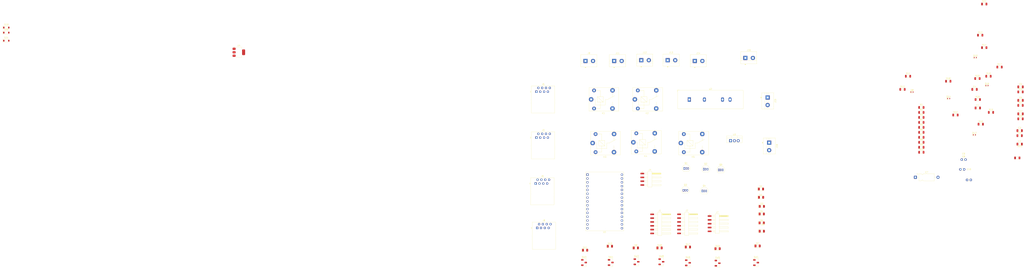
<source format=kicad_pcb>
(kicad_pcb (version 20241229) (generator "pcbnew") (generator_version "9.0")
  (layers (0 "F.Cu" signal) (2 "B.Cu" signal) (13 "F.Paste" user) (15 "B.Paste" user) (5 "F.SilkS" user "F.Silkscreen") (7 "B.SilkS" user "B.Silkscreen") (1 "F.Mask" user) (3 "B.Mask" user) (25 "Edge.Cuts" user))
  (net 0 "")
  (net 1 "/A{slash}R")
  (net 2 "GND")
  (net 3 "/Sekcja 6 M")
  (net 4 "/Sekcja 2 M")
  (net 5 "/Sekcja 3 M")
  (net 6 "/Sekcja 4 M")
  (net 7 "/Sekcja 5 M")
  (net 8 "/Sekcja 1 M")
  (net 9 "VSS")
  (net 10 "Net-(D1-K)")
  (net 11 "Net-(D2-K)")
  (net 12 "+5V")
  (net 13 "Net-(D3-K)")
  (net 14 "+3.3V")
  (net 15 "Net-(D4-K)")
  (net 16 "/BŁĄD1")
  (net 17 "/BŁĄD2")
  (net 18 "Net-(D5-K)")
  (net 19 "/WIFI")
  (net 20 "Net-(D6-K)")
  (net 21 "/TRYB")
  (net 22 "Net-(D7-K)")
  (net 23 "Net-(D8-A)")
  (net 24 "Net-(D9-K)")
  (net 25 "/Sekcja 6")
  (net 26 "Net-(D10-A)")
  (net 27 "/Sekcja 2")
  (net 28 "Net-(D11-K)")
  (net 29 "Net-(D12-A)")
  (net 30 "Net-(D13-K)")
  (net 31 "/Sekcja 3")
  (net 32 "Net-(D14-A)")
  (net 33 "/Sekcja 4")
  (net 34 "Net-(D15-K)")
  (net 35 "Net-(D16-A)")
  (net 36 "Net-(D17-K)")
  (net 37 "/Sekcja 5")
  (net 38 "/Sekcja 1_5V")
  (net 39 "Net-(D18-K)")
  (net 40 "SDA")
  (net 41 "/Sekcja 1")
  (net 42 "SCL")
  (net 45 "SCL_5V")
  (net 46 "SDA_5V")
  (net 55 "/SEN0193_WYJŚCIE")
  (net 58 "/DS_WYJŚCIE")
  (net 62 "GND_VP")
  (net 63 "Net-(J9-Pin_1)")
  (net 64 "Net-(J10-Pin_1)")
  (net 65 "Net-(J11-Pin_1)")
  (net 66 "Net-(J12-Pin_1)")
  (net 67 "Net-(J13-Pin_1)")
  (net 68 "N_230V")
  (net 69 "Net-(J14-Pin_1)")
  (net 70 "230VAC")
  (net 71 "VP")
  (net 77 "Net-(Q1-B)")
  (net 78 "Net-(Q2-B)")
  (net 79 "Net-(Q3-B)")
  (net 80 "Net-(Q4-B)")
  (net 81 "Net-(Q5-B)")
  (net 82 "Net-(SW1-A)")
  (net 83 "Net-(SW2-A)")
  (net 84 "Net-(SW3-A)")
  (net 85 "Net-(SW4-A)")
  (net 86 "Net-(SW5-A)")
  (net 87 "Net-(SW6-A)")
  (net 88 "Net-(SW8-A)")
  (net 99 "Net-(D21-A)")
  (net 100 "Net-(D19-A)")
  (net 101 "Net-(D20-A)")
  (footprint "Connector_Harwin:Harwin_M20-89004xx_1x04_P2.54mm_Horizontal" (layer "F.Cu") (at 277.45751 88.079612)
    (property "Reference" "J4" (at -0.48 -6.28 0) (layer "F.SilkS"))
    (property "Value" "Conn_01x04_Socket")
    (pad "1" smd roundrect (at -5.525 -3.81) (size 2.5 1) (layers "F.Cu" "F.Mask" "F.Paste") (net 2 "GND"))
    (pad "2" smd roundrect (at -5.525 -1.27) (size 2.5 1) (layers "F.Cu" "F.Mask" "F.Paste") (net 12 "+5V"))
    (pad "3" smd roundrect (at -5.525 1.27) (size 2.5 1) (layers "F.Cu" "F.Mask" "F.Paste") (net 46 "SDA_5V"))
    (pad "4" smd roundrect (at -5.525 3.81) (size 2.5 1) (layers "F.Cu" "F.Mask" "F.Paste") (net 45 "SCL_5V"))
  )
  (footprint "Resistor_SMD:R_1206_3216Metric" (layer "F.Cu") (at 508.787852 13.533128)
    (property "Reference" "R17" (at 0 -1.83 0) (layer "F.SilkS"))
    (property "Value" "680")
    (pad "1" smd roundrect (at -1.4625 0) (size 1.125 1.75) (layers "F.Cu" "F.Mask" "F.Paste") (roundrect_rratio 0.222222) (net 33 "/Sekcja 4"))
    (pad "2" smd roundrect (at 1.4625 0) (size 1.125 1.75) (layers "F.Cu" "F.Mask" "F.Paste") (roundrect_rratio 0.222222) (net 80 "Net-(Q4-B)"))
  )
  (footprint "Diode_SMD:D_SOD-523" (layer "F.Cu") (at 500.463959 25.818986)
    (property "Reference" "D16" (at 0 -1.3 0) (layer "F.SilkS"))
    (property "Value" "1N4148WT")
    (pad "1" smd roundrect (at -0.7 0 180) (size 0.6 0.7) (layers "F.Cu" "F.Mask" "F.Paste") (net 9 "VSS"))
    (pad "2" smd roundrect (at 0.7 0 180) (size 0.6 0.7) (layers "F.Cu" "F.Mask" "F.Paste") (net 35 "Net-(D16-A)"))
  )
  (footprint "Package_TO_SOT_THT:TO-92_Inline" (layer "F.Cu") (at 322.73 81.86)
    (property "Reference" "Q5" (at 1.27 -3.56 0) (layer "F.SilkS"))
    (property "Value" "BC547")
    (pad "1" thru_hole rect (at 0 0) (size 1.05 1.5) (drill 0.75) (layers "*.Cu" "*.Mask") (net 35 "Net-(D16-A)"))
    (pad "2" thru_hole oval (at 1.27 0) (size 1.05 1.5) (drill 0.75) (layers "*.Cu" "*.Mask") (net 81 "Net-(Q5-B)"))
    (pad "3" thru_hole oval (at 2.54 0) (size 1.05 1.5) (drill 0.75) (layers "*.Cu" "*.Mask") (net 2 "GND"))
  )
  (footprint "Connector_RJ:RJ45_Amphenol_54602-x08_Horizontal" (layer "F.Cu") (at 201.7175 29.9)
    (property "Reference" "J5" (at 4.445 -5 0) (layer "F.SilkS"))
    (property "Value" "RJ45")
    (pad "" np_thru_hole circle (at -1.27 6.35) (size 3.2 3.2) (drill 3.2) (layers "*.Cu" "*.Mask"))
    (pad "" np_thru_hole circle (at 10.16 6.35) (size 3.2 3.2) (drill 3.2) (layers "*.Cu" "*.Mask"))
    (pad "1" thru_hole rect (at 0 0) (size 1.5 1.5) (drill 0.76) (layers "*.Cu" "*.Mask") (net 14 "+3.3V"))
    (pad "2" thru_hole circle (at 1.27 -2.54) (size 1.5 1.5) (drill 0.76) (layers "*.Cu" "*.Mask") (net 40 "SDA"))
    (pad "3" thru_hole circle (at 2.54 0) (size 1.5 1.5) (drill 0.76) (layers "*.Cu" "*.Mask") (net 42 "SCL"))
    (pad "4" thru_hole circle (at 3.81 -2.54) (size 1.5 1.5) (drill 0.76) (layers "*.Cu" "*.Mask") (net 2 "GND"))
    (pad "5" thru_hole circle (at 5.08 0) (size 1.5 1.5) (drill 0.76) (layers "*.Cu" "*.Mask") (net 14 "+3.3V"))
    (pad "6" thru_hole circle (at 6.35 -2.54) (size 1.5 1.5) (drill 0.76) (layers "*.Cu" "*.Mask"))
    (pad "7" thru_hole circle (at 7.62 0) (size 1.5 1.5) (drill 0.76) (layers "*.Cu" "*.Mask"))
    (pad "8" thru_hole circle (at 8.89 -2.54) (size 1.5 1.5) (drill 0.76) (layers "*.Cu" "*.Mask"))
  )
  (footprint "Connector_RJ:RJ45_Amphenol_54602-x08_Horizontal" (layer "F.Cu") (at 202.2175 120.4)
    (property "Reference" "J8" (at 4.445 -5 0) (layer "F.SilkS"))
    (property "Value" "RJ45")
    (pad "" np_thru_hole circle (at -1.27 6.35) (size 3.2 3.2) (drill 3.2) (layers "*.Cu" "*.Mask"))
    (pad "" np_thru_hole circle (at 10.16 6.35) (size 3.2 3.2) (drill 3.2) (layers "*.Cu" "*.Mask"))
    (pad "1" thru_hole rect (at 0 0) (size 1.5 1.5) (drill 0.76) (layers "*.Cu" "*.Mask") (net 14 "+3.3V"))
    (pad "2" thru_hole circle (at 1.27 -2.54) (size 1.5 1.5) (drill 0.76) (layers "*.Cu" "*.Mask") (net 40 "SDA"))
    (pad "3" thru_hole circle (at 2.54 0) (size 1.5 1.5) (drill 0.76) (layers "*.Cu" "*.Mask") (net 42 "SCL"))
    (pad "4" thru_hole circle (at 3.81 -2.54) (size 1.5 1.5) (drill 0.76) (layers "*.Cu" "*.Mask") (net 2 "GND"))
    (pad "5" thru_hole circle (at 5.08 0) (size 1.5 1.5) (drill 0.76) (layers "*.Cu" "*.Mask") (net 14 "+3.3V"))
    (pad "6" thru_hole circle (at 6.35 -2.54) (size 1.5 1.5) (drill 0.76) (layers "*.Cu" "*.Mask"))
    (pad "7" thru_hole circle (at 7.62 0) (size 1.5 1.5) (drill 0.76) (layers "*.Cu" "*.Mask"))
    (pad "8" thru_hole circle (at 8.89 -2.54) (size 1.5 1.5) (drill 0.76) (layers "*.Cu" "*.Mask"))
  )
  (footprint "Connector_Harwin:Harwin_M20-89006xx_1x06_P2.54mm_Horizontal" (layer "F.Cu") (at 283.991935 117.691705)
    (property "Reference" "J1" (at -0.48 -8.82 0) (layer "F.SilkS"))
    (property "Value" "Conn_01x06_Socket")
    (pad "1" smd roundrect (at -5.525 -6.35) (size 2.5 1) (layers "F.Cu" "F.Mask" "F.Paste") (net 40 "SDA"))
    (pad "2" smd roundrect (at -5.525 -3.81) (size 2.5 1) (layers "F.Cu" "F.Mask" "F.Paste") (net 42 "SCL"))
    (pad "3" smd roundrect (at -5.525 -1.27) (size 2.5 1) (layers "F.Cu" "F.Mask" "F.Paste") (net 14 "+3.3V"))
    (pad "4" smd roundrect (at -5.525 1.27) (size 2.5 1) (layers "F.Cu" "F.Mask" "F.Paste") (net 2 "GND"))
    (pad "5" smd roundrect (at -5.525 3.81) (size 2.5 1) (layers "F.Cu" "F.Mask" "F.Paste") (net 41 "/Sekcja 1"))
    (pad "6" smd roundrect (at -5.525 6.35) (size 2.5 1) (layers "F.Cu" "F.Mask" "F.Paste"))
  )
  (footprint "TerminalBlock:TerminalBlock_MaiXu_MX126-5.0-02P_1x02_P5.00mm" (layer "F.Cu") (at 234.25 9.4675)
    (property "Reference" "J9" (at 2.25 -5.12 0) (layer "F.SilkS"))
    (property "Value" "Screw_Terminal_01x02")
    (pad "1" thru_hole roundrect (at 0 0) (size 2.8 2.8) (drill 1.3) (layers "*.Cu" "*.Mask") (roundrect_rratio 0.089286) (net 63 "Net-(J9-Pin_1)"))
    (pad "2" thru_hole circle (at 5 0) (size 2.8 2.8) (drill 1.3) (layers "*.Cu" "*.Mask") (net 62 "GND_VP"))
  )
  (footprint "LED_SMD:LED_1206_3216Metric" (layer "F.Cu") (at 283.383786 133.666326)
    (property "Reference" "D18" (at 0 -1.83 0) (layer "F.SilkS"))
    (property "Value" "LED")
    (pad "1" smd roundrect (at -1.4 0) (size 1.25 1.75) (layers "F.Cu" "F.Mask" "F.Paste") (roundrect_rratio 0.2) (net 39 "Net-(D18-K)"))
    (pad "2" smd roundrect (at 1.4 0) (size 1.25 1.75) (layers "F.Cu" "F.Mask" "F.Paste") (roundrect_rratio 0.2) (net 38 "/Sekcja 1_5V"))
  )
  (footprint "Resistor_SMD:R_1206_3216Metric" (layer "F.Cu") (at 494.125857 21.144448)
    (property "Reference" "R20" (at 0 -1.83 0) (layer "F.SilkS"))
    (property "Value" "130")
    (pad "1" smd roundrect (at -1.4625 0) (size 1.125 1.75) (layers "F.Cu" "F.Mask" "F.Paste") (roundrect_rratio 0.222222) (net 36 "Net-(D17-K)"))
    (pad "2" smd roundrect (at 1.4625 0) (size 1.125 1.75) (layers "F.Cu" "F.Mask" "F.Paste") (roundrect_rratio 0.222222) (net 2 "GND"))
  )
  (footprint "TerminalBlock:TerminalBlock_MaiXu_MX126-5.0-02P_1x02_P5.00mm" (layer "F.Cu") (at 253.25 9.4675)
    (property "Reference" "J11" (at 2.25 -5.12 0) (layer "F.SilkS"))
    (property "Value" "Screw_Terminal_01x02")
    (pad "1" thru_hole roundrect (at 0 0) (size 2.8 2.8) (drill 1.3) (layers "*.Cu" "*.Mask") (roundrect_rratio 0.089286) (net 65 "Net-(J11-Pin_1)"))
    (pad "2" thru_hole circle (at 5 0) (size 2.8 2.8) (drill 1.3) (layers "*.Cu" "*.Mask") (net 62 "GND_VP"))
  )
  (footprint "Button_Switch_SMD:Nidec_Copal_CAS-120A" (layer "F.Cu") (at 233.297828 143.371573)
    (property "Reference" "SW3" (at 0 -3.7 0) (layer "F.SilkS"))
    (property "Value" "SW_Nidec_CAS-120A1")
    (pad "1" smd roundrect (at -1.15 -1.75 270) (size 1 1.6) (layers "F.Cu" "F.Mask" "F.Paste") (net 2 "GND"))
    (pad "2" smd roundrect (at 1.15 0 270) (size 1 1.6) (layers "F.Cu" "F.Mask" "F.Paste") (net 4 "/Sekcja 2 M"))
    (pad "3" smd roundrect (at -1.15 1.75 270) (size 1 1.6) (layers "F.Cu" "F.Mask" "F.Paste") (net 84 "Net-(SW3-A)"))
  )
  (footprint "Relay_THT:Relay_NCR_HHG1D-1" (layer "F.Cu") (at 303.1125 35.1125)
    (property "Reference" "U2" (at 14 -7 0) (layer "F.SilkS"))
    (property "Value" "HHG1D-1")
    (pad "1" thru_hole rect (at 0 0) (size 2 3) (drill 1.2) (layers "*.Cu" "*.Mask") (net 70 "230VAC"))
    (pad "2" thru_hole oval (at 10 0) (size 2 3) (drill 1.2) (layers "*.Cu" "*.Mask") (net 69 "Net-(J14-Pin_1)"))
    (pad "3" thru_hole oval (at 22 0) (size 2 3) (drill 1.2) (layers "*.Cu" "*.Mask") (net 38 "/Sekcja 1_5V"))
    (pad "4" thru_hole oval (at 27 0) (size 2 3) (drill 1.2) (layers "*.Cu" "*.Mask") (net 2 "GND"))
  )
  (footprint "LED_SMD:LED_1206_3216Metric" (layer "F.Cu") (at 302.169778 133.065749)
    (property "Reference" "D17" (at 0 -1.83 0) (layer "F.SilkS"))
    (property "Value" "LED")
    (pad "1" smd roundrect (at -1.4 0) (size 1.25 1.75) (layers "F.Cu" "F.Mask" "F.Paste") (roundrect_rratio 0.2) (net 36 "Net-(D17-K)"))
    (pad "2" smd roundrect (at 1.4 0) (size 1.25 1.75) (layers "F.Cu" "F.Mask" "F.Paste") (roundrect_rratio 0.2) (net 37 "/Sekcja 5"))
  )
  (footprint "TerminalBlock:TerminalBlock_MaiXu_MX126-5.0-02P_1x02_P5.00mm" (layer "F.Cu") (at 306.75 9.4675)
    (property "Reference" "J14" (at 2.25 -5.12 0) (layer "F.SilkS"))
    (property "Value" "Screw_Terminal_01x02")
    (pad "1" thru_hole roundrect (at 0 0) (size 2.8 2.8) (drill 1.3) (layers "*.Cu" "*.Mask") (roundrect_rratio 0.089286) (net 69 "Net-(J14-Pin_1)"))
    (pad "2" thru_hole circle (at 5 0) (size 2.8 2.8) (drill 1.3) (layers "*.Cu" "*.Mask") (net 68 "N_230V"))
  )
  (footprint "Button_Switch_SMD:Nidec_Copal_CAS-120A" (layer "F.Cu") (at 302.208843 143.553723)
    (property "Reference" "SW6" (at 0 -3.7 0) (layer "F.SilkS"))
    (property "Value" "SW_Nidec_CAS-120A1")
    (pad "1" smd roundrect (at -1.15 -1.75 270) (size 1 1.6) (layers "F.Cu" "F.Mask" "F.Paste") (net 2 "GND"))
    (pad "2" smd roundrect (at 1.15 0 270) (size 1 1.6) (layers "F.Cu" "F.Mask" "F.Paste") (net 7 "/Sekcja 5 M"))
    (pad "3" smd roundrect (at -1.15 1.75 270) (size 1 1.6) (layers "F.Cu" "F.Mask" "F.Paste") (net 87 "Net-(SW6-A)"))
  )
  (footprint "Capacitor_SMD:C_1206_3216Metric" (layer "F.Cu") (at 522.698959 26.698986)
    (property "Reference" "C5" (at 0 -1.85 0) (layer "F.SilkS"))
    (property "Value" "0.1u")
    (pad "1" smd roundrect (at -1.475 0) (size 1.15 1.8) (layers "F.Cu" "F.Mask" "F.Paste") (roundrect_rratio 0.217391) (net 6 "/Sekcja 4 M"))
    (pad "2" smd roundrect (at 1.475 0) (size 1.15 1.8) (layers "F.Cu" "F.Mask" "F.Paste") (roundrect_rratio 0.217391) (net 2 "GND"))
  )
  (footprint "Resistor_SMD:R_1206_3216Metric" (layer "F.Cu") (at 456.94273 53.582093)
    (property "Reference" "R5" (at 0 -1.83 0) (layer "F.SilkS"))
    (property "Value" "130R")
    (pad "1" smd roundrect (at -1.4625 0) (size 1.125 1.75) (layers "F.Cu" "F.Mask" "F.Paste") (roundrect_rratio 0.222222) (net 13 "Net-(D3-K)"))
    (pad "2" smd roundrect (at 1.4625 0) (size 1.125 1.75) (layers "F.Cu" "F.Mask" "F.Paste") (roundrect_rratio 0.222222) (net 2 "GND"))
  )
  (footprint "LED_SMD:LED_1206_3216Metric" (layer "F.Cu") (at 233.996594 135.177969)
    (property "Reference" "D11" (at 0 -1.83 0) (layer "F.SilkS"))
    (property "Value" "LED")
    (pad "1" smd roundrect (at -1.4 0) (size 1.25 1.75) (layers "F.Cu" "F.Mask" "F.Paste") (roundrect_rratio 0.2) (net 28 "Net-(D11-K)"))
    (pad "2" smd roundrect (at 1.4 0) (size 1.25 1.75) (layers "F.Cu" "F.Mask" "F.Paste") (roundrect_rratio 0.2) (net 27 "/Sekcja 2"))
  )
  (footprint "Button_Switch_SMD:Nidec_Copal_CAS-120A" (layer "F.Cu") (at 251.008841 143.338406)
    (property "Reference" "SW4" (at 0 -3.7 0) (layer "F.SilkS"))
    (property "Value" "SW_Nidec_CAS-120A1")
    (pad "1" smd roundrect (at -1.15 -1.75 270) (size 1 1.6) (layers "F.Cu" "F.Mask" "F.Paste") (net 2 "GND"))
    (pad "2" smd roundrect (at 1.15 0 270) (size 1 1.6) (layers "F.Cu" "F.Mask" "F.Paste") (net 5 "/Sekcja 3 M"))
    (pad "3" smd roundrect (at -1.15 1.75 270) (size 1 1.6) (layers "F.Cu" "F.Mask" "F.Paste") (net 85 "Net-(SW4-A)"))
  )
  (footprint "Relay_THT:Relay_SPDT_SANYOU_SRD_Series_Form_C" (layer "F.Cu") (at 239 64)
    (property "Reference" "K3" (at 8.1 9.2 0) (layer "F.SilkS"))
    (property "Value" "SANYOU_SRD_Form_C")
    (pad "1" thru_hole circle (at 0 0 90) (size 3 3) (drill 1.3) (layers "*.Cu" "*.Mask") (net 65 "Net-(J11-Pin_1)"))
    (pad "2" thru_hole circle (at 1.95 6.05 90) (size 2.5 2.5) (drill 1) (layers "*.Cu" "*.Mask") (net 29 "Net-(D12-A)"))
    (pad "3" thru_hole circle (at 14.15 6.05 90) (size 3 3) (drill 1.3) (layers "*.Cu" "*.Mask") (net 71 "VP"))
    (pad "4" thru_hole circle (at 14.2 -6 90) (size 3 3) (drill 1.3) (layers "*.Cu" "*.Mask"))
    (pad "5" thru_hole circle (at 1.95 -5.95 90) (size 2.5 2.5) (drill 1) (layers "*.Cu" "*.Mask") (net 9 "VSS"))
  )
  (footprint "Resistor_SMD:R_1206_3216Metric" (layer "F.Cu") (at 456.94273 63.512093)
    (property "Reference" "R8" (at 0 -1.83 0) (layer "F.SilkS"))
    (property "Value" "130R")
    (pad "1" smd roundrect (at -1.4625 0) (size 1.125 1.75) (layers "F.Cu" "F.Mask" "F.Paste") (roundrect_rratio 0.222222) (net 20 "Net-(D6-K)"))
    (pad "2" smd roundrect (at 1.4625 0) (size 1.125 1.75) (layers "F.Cu" "F.Mask" "F.Paste") (roundrect_rratio 0.222222) (net 2 "GND"))
  )
  (footprint "Capacitor_THT:CP_Axial_L10.0mm_D4.5mm_P15.00mm_Horizontal" (layer "F.Cu") (at 453 86.7425)
    (property "Reference" "C7" (at 7.5 -3.37 0) (layer "F.SilkS"))
    (property "Value" "0.33u")
    (pad "1" thru_hole roundrect (at 0 0) (size 2 2) (drill 1) (layers "*.Cu" "*.Mask") (roundrect_rratio 0.125) (net 9 "VSS"))
    (pad "2" thru_hole circle (at 15 0) (size 2 2) (drill 1) (layers "*.Cu" "*.Mask") (net 2 "GND"))
  )
  (footprint "Resistor_SMD:R_1206_3216Metric" (layer "F.Cu") (at 474.778959 22.938986)
    (property "Reference" "R18" (at 0 -1.83 0) (layer "F.SilkS"))
    (property "Value" "130")
    (pad "1" smd roundrect (at -1.4625 0) (size 1.125 1.75) (layers "F.Cu" "F.Mask" "F.Paste") (roundrect_rratio 0.222222) (net 34 "Net-(D15-K)"))
    (pad "2" smd roundrect (at 1.4625 0) (size 1.125 1.75) (layers "F.Cu" "F.Mask" "F.Paste") (roundrect_rratio 0.222222) (net 2 "GND"))
  )
  (footprint "LED_SMD:LED_1206_3216Metric" (layer "F.Cu") (at 351.126021 111.121438)
    (property "Reference" "D4" (at 0 -1.83 0) (layer "F.SilkS"))
    (property "Value" "LED")
    (pad "1" smd roundrect (at -1.4 0) (size 1.25 1.75) (layers "F.Cu" "F.Mask" "F.Paste") (roundrect_rratio 0.2) (net 15 "Net-(D4-K)"))
    (pad "2" smd roundrect (at 1.4 0) (size 1.25 1.75) (layers "F.Cu" "F.Mask" "F.Paste") (roundrect_rratio 0.2) (net 16 "/BŁĄD1"))
  )
  (footprint "Resistor_SMD:R_1206_3216Metric" (layer "F.Cu") (at 522.108959 59.088986)
    (property "Reference" "R24" (at 0 -1.83 0) (layer "F.SilkS"))
    (property "Value" "10k")
    (pad "1" smd roundrect (at -1.4625 0) (size 1.125 1.75) (layers "F.Cu" "F.Mask" "F.Paste") (roundrect_rratio 0.222222) (net 14 "+3.3V"))
    (pad "2" smd roundrect (at 1.4625 0) (size 1.125 1.75) (layers "F.Cu" "F.Mask" "F.Paste") (roundrect_rratio 0.222222) (net 84 "Net-(SW3-A)"))
  )
  (footprint "LED_SMD:LED_1206_3216Metric" (layer "F.Cu") (at 351.173724 106.055213)
    (property "Reference" "D3" (at 0 -1.83 0) (layer "F.SilkS"))
    (property "Value" "LED")
    (pad "1" smd roundrect (at -1.4 0) (size 1.25 1.75) (layers "F.Cu" "F.Mask" "F.Paste") (roundrect_rratio 0.2) (net 13 "Net-(D3-K)"))
    (pad "2" smd roundrect (at 1.4 0) (size 1.25 1.75) (layers "F.Cu" "F.Mask" "F.Paste") (roundrect_rratio 0.2) (net 14 "+3.3V"))
  )
  (footprint "Package_TO_SOT_THT:TO-92_Inline" (layer "F.Cu") (at 312.73 81.36)
    (property "Reference" "Q2" (at 1.27 -3.56 0) (layer "F.SilkS"))
    (property "Value" "BC547")
    (pad "1" thru_hole rect (at 0 0) (size 1.05 1.5) (drill 0.75) (layers "*.Cu" "*.Mask") (net 26 "Net-(D10-A)"))
    (pad "2" thru_hole oval (at 1.27 0) (size 1.05 1.5) (drill 0.75) (layers "*.Cu" "*.Mask") (net 78 "Net-(Q2-B)"))
    (pad "3" thru_hole oval (at 2.54 0) (size 1.05 1.5) (drill 0.75) (layers "*.Cu" "*.Mask") (net 2 "GND"))
  )
  (footprint "Relay_THT:Relay_SPDT_SANYOU_SRD_Series_Form_C" (layer "F.Cu") (at 267 35)
    (property "Reference" "K2" (at 8.1 9.2 0) (layer "F.SilkS"))
    (property "Value" "SANYOU_SRD_Form_C")
    (pad "1" thru_hole circle (at 0 0 90) (size 3 3) (drill 1.3) (layers "*.Cu" "*.Mask") (net 64 "Net-(J10-Pin_1)"))
    (pad "2" thru_hole circle (at 1.95 6.05 90) (size 2.5 2.5) (drill 1) (layers "*.Cu" "*.Mask") (net 26 "Net-(D10-A)"))
    (pad "3" thru_hole circle (at 14.15 6.05 90) (size 3 3) (drill 1.3) (layers "*.Cu" "*.Mask") (net 71 "VP"))
    (pad "4" thru_hole circle (at 14.2 -6 90) (size 3 3) (drill 1.3) (layers "*.Cu" "*.Mask"))
    (pad "5" thru_hole circle (at 1.95 -5.95 90) (size 2.5 2.5) (drill 1) (layers "*.Cu" "*.Mask") (net 9 "VSS"))
  )
  (footprint "Package_TO_SOT_THT:TO-92_Inline" (layer "F.Cu") (at 311.73 95.86)
    (property "Reference" "Q4" (at 1.27 -3.56 0) (layer "F.SilkS"))
    (property "Value" "BC547")
    (pad "1" thru_hole rect (at 0 0) (size 1.05 1.5) (drill 0.75) (layers "*.Cu" "*.Mask") (net 32 "Net-(D14-A)"))
    (pad "2" thru_hole oval (at 1.27 0) (size 1.05 1.5) (drill 0.75) (layers "*.Cu" "*.Mask") (net 80 "Net-(Q4-B)"))
    (pad "3" thru_hole oval (at 2.54 0) (size 1.05 1.5) (drill 0.75) (layers "*.Cu" "*.Mask") (net 2 "GND"))
  )
  (footprint "Resistor_SMD:R_1206_3216Metric" (layer "F.Cu") (at 522.678959 47.928986)
    (property "Reference" "R28" (at 0 -1.83 0) (layer "F.SilkS"))
    (property "Value" "10k")
    (pad "1" smd roundrect (at -1.4625 0) (size 1.125 1.75) (layers "F.Cu" "F.Mask" "F.Paste") (roundrect_rratio 0.222222) (net 14 "+3.3V"))
    (pad "2" smd roundrect (at 1.4625 0) (size 1.125 1.75) (layers "F.Cu" "F.Mask" "F.Paste") (roundrect_rratio 0.222222) (net 88 "Net-(SW8-A)"))
  )
  (footprint "TerminalBlock:TerminalBlock_MaiXu_MX126-5.0-02P_1x02_P5.00mm" (layer "F.Cu") (at 288.75 8.9675)
    (property "Reference" "J13" (at 2.25 -5.12 0) (layer "F.SilkS"))
    (property "Value" "Screw_Terminal_01x02")
    (pad "1" thru_hole roundrect (at 0 0) (size 2.8 2.8) (drill 1.3) (layers "*.Cu" "*.Mask") (roundrect_rratio 0.089286) (net 67 "Net-(J13-Pin_1)"))
    (pad "2" thru_hole circle (at 5 0) (size 2.8 2.8) (drill 1.3) (layers "*.Cu" "*.Mask") (net 62 "GND_VP"))
  )
  (footprint "LED_SMD:LED_1206_3216Metric" (layer "F.Cu") (at 250.446273 132.536076)
    (property "Reference" "D13" (at 0 -1.83 0) (layer "F.SilkS"))
    (property "Value" "LED")
    (pad "1" smd roundrect (at -1.4 0) (size 1.25 1.75) (layers "F.Cu" "F.Mask" "F.Paste") (roundrect_rratio 0.2) (net 30 "Net-(D13-K)"))
    (pad "2" smd roundrect (at 1.4 0) (size 1.25 1.75) (layers "F.Cu" "F.Mask" "F.Paste") (roundrect_rratio 0.2) (net 31 "/Sekcja 3"))
  )
  (footprint "Resistor_SMD:R_1206_3216Metric" (layer "F.Cu") (at 444.433736 28.347833)
    (property "Reference" "R12" (at 0 -1.83 0) (layer "F.SilkS"))
    (property "Value" "130")
    (pad "1" smd roundrect (at -1.4625 0) (size 1.125 1.75) (layers "F.Cu" "F.Mask" "F.Paste") (roundrect_rratio 0.222222) (net 24 "Net-(D9-K)"))
    (pad "2" smd roundrect (at 1.4625 0) (size 1.125 1.75) (layers "F.Cu" "F.Mask" "F.Paste") (roundrect_rratio 0.222222) (net 2 "GND"))
  )
  (footprint "Capacitor_THT:C_Disc_D3.0mm_W1.6mm_P2.50mm" (layer "F.Cu") (at 487.25 88.5)
    (property "Reference" "C10" (at 1.25 -7.0375 0) (layer "F.SilkS"))
    (property "Value" "0.1u")
    (pad "1" thru_hole circle (at 0 0) (size 1.6 1.6) (drill 0.8) (layers "*.Cu" "*.Mask") (net 101 "Net-(D20-A)"))
    (pad "2" thru_hole circle (at 2.5 0) (size 1.6 1.6) (drill 0.8) (layers "*.Cu" "*.Mask") (net 2 "GND"))
  )
  (footprint "Capacitor_THT:C_Disc_D3.0mm_W1.6mm_P2.50mm" (layer "F.Cu") (at 483.75 75)
    (property "Reference" "C8" (at 1.25 -2.05 0) (layer "F.SilkS"))
    (property "Value" "0.1u")
    (pad "1" thru_hole circle (at 0 0) (size 1.6 1.6) (drill 0.8) (layers "*.Cu" "*.Mask") (net 100 "Net-(D19-A)"))
    (pad "2" thru_hole circle (at 2.5 0) (size 1.6 1.6) (drill 0.8) (layers "*.Cu" "*.Mask") (net 2 "GND"))
  )
  (footprint "Button_Switch_SMD:Nidec_Copal_CAS-120A" (layer "F.Cu") (at 284.593399 142.85233)
    (property "Reference" "SW8" (at 0 -3.7 0) (layer "F.SilkS"))
    (property "Value" "SW_Nidec_CAS-120A1")
    (pad "1" smd roundrect (at -1.15 -1.75 270) (size 1 1.6) (layers "F.Cu" "F.Mask" "F.Paste") (net 2 "GND"))
    (pad "2" smd roundrect (at 1.15 0 270) (size 1 1.6) (layers "F.Cu" "F.Mask" "F.Paste") (net 8 "/Sekcja 1 M"))
    (pad "3" smd roundrect (at -1.15 1.75 270) (size 1 1.6) (layers "F.Cu" "F.Mask" "F.Paste") (net 88 "Net-(SW8-A)"))
  )
  (footprint "Resistor_SMD:R_1206_3216Metric" (layer "F.Cu") (at 522.678959 30.028986)
    (property "Reference" "R26" (at 0 -1.83 0) (layer "F.SilkS"))
    (property "Value" "10k")
    (pad "1" smd roundrect (at -1.4625 0) (size 1.125 1.75) (layers "F.Cu" "F.Mask" "F.Paste") (roundrect_rratio 0.222222) (net 14 "+3.3V"))
    (pad "2" smd roundrect (at 1.4625 0) (size 1.125 1.75) (layers "F.Cu" "F.Mask" "F.Paste") (roundrect_rratio 0.222222) (net 86 "Net-(SW5-A)"))
  )
  (footprint "Resistor_SMD:R_1206_3216Metric" (layer "F.Cu") (at 456.94273 66.822093)
    (property "Reference" "R9" (at 0 -1.83 0) (layer "F.SilkS"))
    (property "Value" "130R")
    (pad "1" smd roundrect (at -1.4625 0) (size 1.125 1.75) (layers "F.Cu" "F.Mask" "F.Paste") (roundrect_rratio 0.222222) (net 22 "Net-(D7-K)"))
    (pad "2" smd roundrect (at 1.4625 0) (size 1.125 1.75) (layers "F.Cu" "F.Mask" "F.Paste") (roundrect_rratio 0.222222) (net 2 "GND"))
  )
  (footprint "Button_Switch_SMD:Nidec_Copal_CAS-120A" (layer "F.Cu") (at 347.38746 143.410161)
    (property "Reference" "SW1" (at 0 -3.7 0) (layer "F.SilkS"))
    (property "Value" "SW_Nidec_CAS-120A1")
    (pad "1" smd roundrect (at -1.15 -1.75 270) (size 1 1.6) (layers "F.Cu" "F.Mask" "F.Paste") (net 2 "GND"))
    (pad "2" smd roundrect (at 1.15 0 270) (size 1 1.6) (layers "F.Cu" "F.Mask" "F.Paste") (net 1 "/A{slash}R"))
    (pad "3" smd roundrect (at -1.15 1.75 270) (size 1 1.6) (layers "F.Cu" "F.Mask" "F.Paste") (net 82 "Net-(SW1-A)"))
  )
  (footprint "TerminalBlock:TerminalBlock_MaiXu_MX126-5.0-02P_1x02_P5.00mm" (layer "F.Cu") (at 340.25 7.4675)
    (property "Reference" "J10" (at 2.25 -5.12 0) (layer "F.SilkS"))
    (property "Value" "Screw_Terminal_01x02")
    (pad "1" thru_hole roundrect (at 0 0) (size 2.8 2.8) (drill 1.3) (layers "*.Cu" "*.Mask") (roundrect_rratio 0.089286) (net 64 "Net-(J10-Pin_1)"))
    (pad "2" thru_hole circle (at 5 0) (size 2.8 2.8) (drill 1.3) (layers "*.Cu" "*.Mask") (net 62 "GND_VP"))
  )
  (footprint "Resistor_SMD:R_1206_3216Metric" (layer "F.Cu") (at 456.94273 50.272093)
    (property "Reference" "R4" (at 0 -1.83 0) (layer "F.SilkS"))
    (property "Value" "300R")
    (pad "1" smd roundrect (at -1.4625 0) (size 1.125 1.75) (layers "F.Cu" "F.Mask" "F.Paste") (roundrect_rratio 0.222222) (net 11 "Net-(D2-K)"))
    (pad "2" smd roundrect (at 1.4625 0) (size 1.125 1.75) (layers "F.Cu" "F.Mask" "F.Paste") (roundrect_rratio 0.222222) (net 2 "GND"))
  )
  (footprint "LED_SMD:LED_1206_3216Metric" (layer "F.Cu") (at 267.634564 133.666125)
    (property "Reference" "D9" (at 0 -1.83 0) (layer "F.SilkS"))
    (property "Value" "LED")
    (pad "1" smd roundrect (at -1.4 0) (size 1.25 1.75) (layers "F.Cu" "F.Mask" "F.Paste") (roundrect_rratio 0.2) (net 24 "Net-(D9-K)"))
    (pad "2" smd roundrect (at 1.4 0) (size 1.25 1.75) (layers "F.Cu" "F.Mask" "F.Paste") (roundrect_rratio 0.2) (net 25 "/Sekcja 6"))
  )
  (footprint "RF_Module:ESP32-C3-DevKitM-1" (layer "F.Cu") (at 235.57 85.005)
    (property "Reference" "U1" (at 11.43 38.1 0) (layer "F.SilkS"))
    (property "Value" "ESP32-DEVKITC")
    (pad "1" thru_hole rect (at 0 0) (size 1.5 1.5) (drill 0.9) (layers "*.Cu" "*.Mask") (net 99 "Net-(D21-A)"))
    (pad "2" thru_hole circle (at 0 2.54) (size 1.5 1.5) (drill 0.9) (layers "*.Cu" "*.Mask"))
    (pad "3" thru_hole circle (at 0 5.08) (size 1.5 1.5) (drill 0.9) (layers "*.Cu" "*.Mask"))
    (pad "4" thru_hole circle (at 0 7.62) (size 1.5 1.5) (drill 0.9) (layers "*.Cu" "*.Mask"))
    (pad "5" thru_hole circle (at 0 10.16) (size 1.5 1.5) (drill 0.9) (layers "*.Cu" "*.Mask") (net 8 "/Sekcja 1 M"))
    (pad "6" thru_hole circle (at 0 12.7) (size 1.5 1.5) (drill 0.9) (layers "*.Cu" "*.Mask") (net 4 "/Sekcja 2 M"))
    (pad "7" thru_hole circle (at 0 15.24) (size 1.5 1.5) (drill 0.9) (layers "*.Cu" "*.Mask") (net 5 "/Sekcja 3 M"))
    (pad "8" thru_hole circle (at 0 17.78) (size 1.5 1.5) (drill 0.9) (layers "*.Cu" "*.Mask") (net 41 "/Sekcja 1"))
    (pad "9" thru_hole circle (at 0 20.32) (size 1.5 1.5) (drill 0.9) (layers "*.Cu" "*.Mask") (net 27 "/Sekcja 2"))
    (pad "10" thru_hole circle (at 0 22.86) (size 1.5 1.5) (drill 0.9) (layers "*.Cu" "*.Mask") (net 40 "SDA"))
    (pad "11" thru_hole circle (at 0 25.4) (size 1.5 1.5) (drill 0.9) (layers "*.Cu" "*.Mask") (net 42 "SCL"))
    (pad "12" thru_hole circle (at 0 27.94) (size 1.5 1.5) (drill 0.9) (layers "*.Cu" "*.Mask") (net 37 "/Sekcja 5"))
    (pad "13" thru_hole circle (at 0 30.48) (size 1.5 1.5) (drill 0.9) (layers "*.Cu" "*.Mask") (net 25 "/Sekcja 6"))
    (pad "14" thru_hole circle (at 0 33.02) (size 1.5 1.5) (drill 0.9) (layers "*.Cu" "*.Mask") (net 2 "GND"))
    (pad "15" thru_hole circle (at 0 35.56) (size 1.5 1.5) (drill 0.9) (layers "*.Cu" "*.Mask") (net 19 "/WIFI"))
    (pad "16" thru_hole circle (at 22.86 35.56) (size 1.5 1.5) (drill 0.9) (layers "*.Cu" "*.Mask"))
    (pad "17" thru_hole circle (at 22.86 33.02) (size 1.5 1.5) (drill 0.9) (layers "*.Cu" "*.Mask"))
    (pad "18" thru_hole circle (at 22.86 30.48) (size 1.5 1.5) (drill 0.9) (layers "*.Cu" "*.Mask"))
    (pad "19" thru_hole circle (at 22.86 27.94) (size 1.5 1.5) (drill 0.9) (layers "*.Cu" "*.Mask") (net 12 "+5V"))
    (pad "20" thru_hole circle (at 22.86 25.4) (size 1.5 1.5) (drill 0.9) (layers "*.Cu" "*.Mask"))
    (pad "21" thru_hole circle (at 22.86 22.86) (size 1.5 1.5) (drill 0.9) (layers "*.Cu" "*.Mask"))
    (pad "22" thru_hole circle (at 22.86 20.32) (size 1.5 1.5) (drill 0.9) (layers "*.Cu" "*.Mask"))
    (pad "23" thru_hole circle (at 22.86 17.78) (size 1.5 1.5) (drill 0.9) (layers "*.Cu" "*.Mask") (net 55 "/SEN0193_WYJŚCIE"))
    (pad "24" thru_hole circle (at 22.86 15.24) (size 1.5 1.5) (drill 0.9) (layers "*.Cu" "*.Mask") (net 21 "/TRYB"))
    (pad "25" thru_hole circle (at 22.86 12.7) (size 1.5 1.5) (drill 0.9) (layers "*.Cu" "*.Mask") (net 17 "/BŁĄD2"))
    (pad "26" thru_hole circle (at 22.86 10.16) (size 1.5 1.5) (drill 0.9) (layers "*.Cu" "*.Mask") (net 16 "/BŁĄD1"))
    (pad "27" thru_hole circle (at 22.86 7.62) (size 1.5 1.5) (drill 0.9) (layers "*.Cu" "*.Mask"))
    (pad "28" thru_hole circle (at 22.86 5.08) (size 1.5 1.5) (drill 0.9) (layers "*.Cu" "*.Mask") (net 31 "/Sekcja 3"))
    (pad "29" thru_hole circle (at 22.86 2.54) (size 1.5 1.5) (drill 0.9) (layers "*.Cu" "*.Mask") (net 33 "/Sekcja 4"))
    (pad "30" thru_hole circle (at 22.86 0) (size 1.5 1.5) (drill 0.9) (layers "*.Cu" "*.Mask") (net 58 "/DS_WYJŚCIE"))
  )
  (footprint "TerminalBlock:TerminalBlock_MaiXu_MX126-5.0-02P_1x02_P5.00mm" (layer "F.Cu") (at 356.0325 63.75 -90)
    (property "Reference" "J16" (at 2.25 -5.12 90) (layer "F.SilkS"))
    (property "Value" "Screw_Terminal_01x02")
    (pad "1" thru_hole roundrect (at 0 0 270) (size 2.8 2.8) (drill 1.3) (layers "*.Cu" "*.Mask") (roundrect_rratio 0.089286) (net 68 "N_230V"))
    (pad "2" thru_hole circle (at 5 0 270) (size 2.8 2.8) (drill 1.3) (layers "*.Cu" "*.Mask") (net 70 "230VAC"))
  )
  (footprint "Diode_SMD:D_SOD-523" (layer "F.Cu") (at 450.772913 30.134502)
    (property "Reference" "D8" (at 0 -1.3 0) (layer "F.SilkS"))
    (property "Value" "1N4148WT")
    (pad "1" smd roundrect (at -0.7 0 180) (size 0.6 0.7) (layers "F.Cu" "F.Mask" "F.Paste") (net 9 "VSS"))
    (pad "2" smd roundrect (at 0.7 0 180) (size 0.6 0.7) (layers "F.Cu" "F.Mask" "F.Paste") (net 23 "Net-(D8-A)"))
  )
  (footprint "Relay_THT:Relay_SPDT_SANYOU_SRD_Series_Form_C" (layer "F.Cu") (at 238 35)
    (property "Reference" "K1" (at 8.1 9.2 0) (layer "F.SilkS"))
    (property "Value" "SANYOU_SRD_Form_C")
    (pad "1" thru_hole circle (at 0 0 90) (size 3 3) (drill 1.3) (layers "*.Cu" "*.Mask") (net 63 "Net-(J9-Pin_1)"))
    (pad "2" thru_hole circle (at 1.95 6.05 90) (size 2.5 2.5) (drill 1) (layers "*.Cu" "*.Mask") (net 23 "Net-(D8-A)"))
    (pad "3" thru_hole circle (at 14.15 6.05 90) (size 3 3) (drill 1.3) (layers "*.Cu" "*.Mask") (net 71 "VP"))
    (pad "4" thru_hole circle (at 14.2 -6 90) (size 3 3) (drill 1.3) (layers "*.Cu" "*.Mask"))
    (pad "5" thru_hole circle (at 1.95 -5.95 90) (size 2.5 2.5) (drill 1) (layers "*.Cu" "*.Mask") (net 9 "VSS"))
  )
  (footprint "Resistor_SMD:R_1206_3216Metric" (layer "F.Cu") (at 448.108959 19.628986)
    (property "Reference" "R11" (at 0 -1.83 0) (layer "F.SilkS"))
    (property "Value" "680")
    (pad "1" smd roundrect (at -1.4625 0) (size 1.125 1.75) (layers "F.Cu" "F.Mask" "F.Paste") (roundrect_rratio 0.222222) (net 25 "/Sekcja 6"))
    (pad "2" smd roundrect (at 1.4625 0) (size 1.125 1.75) (layers "F.Cu" "F.Mask" "F.Paste") (roundrect_rratio 0.222222) (net 77 "Net-(Q1-B)"))
  )
  (footprint "Diode_SMD:D_SOD-123" (layer "F.Cu") (at -149.765884 -3.991124)
    (property "Reference" "D21" (at 0 -2 0) (layer "F.SilkS"))
    (property "Value" "D_Schottky")
    (pad "1" smd roundrect (at -1.65 0) (size 0.9 1.2) (layers "F.Cu" "F.Mask" "F.Paste") (net 14 "+3.3V"))
    (pad "2" smd roundrect (at 1.65 0) (size 0.9 1.2) (layers "F.Cu" "F.Mask" "F.Paste") (net 99 "Net-(D21-A)"))
  )
  (footprint "Capacitor_THT:C_Disc_D3.0mm_W1.6mm_P2.50mm" (layer "F.Cu") (at 482.8 81.5)
    (property "Reference" "C9" (at 2.2 -10.3875 0) (layer "F.SilkS"))
    (property "Value" "0.1u")
    (pad "1" thru_hole circle (at 0 0) (size 1.6 1.6) (drill 0.8) (layers "*.Cu" "*.Mask") (net 12 "+5V"))
    (pad "2" thru_hole circle (at 2.5 0) (size 1.6 1.6) (drill 0.8) (layers "*.Cu" "*.Mask") (net 2 "GND"))
  )
  (footprint "LED_SMD:LED_1206_3216Metric" (layer "F.Cu") (at 350.599435 94.550655)
    (property "Reference" "D1" (at 0 -1.83 0) (layer "F.SilkS"))
    (property "Value" "LED")
    (pad "1" smd roundrect (at -1.4 0) (size 1.25 1.75) (layers "F.Cu" "F.Mask" "F.Paste") (roundrect_rratio 0.2) (net 10 "Net-(D1-K)"))
    (pad "2" smd roundrect (at 1.4 0) (size 1.25 1.75) (layers "F.Cu" "F.Mask" "F.Paste") (roundrect_rratio 0.2) (net 9 "VSS"))
  )
  (footprint "Diode_SMD:D_SOD-523" (layer "F.Cu") (at 475.053673 34.446219)
    (property "Reference" "D14" (at 0 -1.3 0) (layer "F.SilkS"))
    (property "Value" "1N4148WT")
    (pad "1" smd roundrect (at -0.7 0 180) (size 0.6 0.7) (layers "F.Cu" "F.Mask" "F.Paste") (net 9 "VSS"))
    (pad "2" smd roundrect (at 0.7 0 180) (size 0.6 0.7) (layers "F.Cu" "F.Mask" "F.Paste") (net 32 "Net-(D14-A)"))
  )
  (footprint "Package_TO_SOT_THT:TO-220-3_Vertical" (layer "F.Cu") (at 330.46 62.45)
    (property "Reference" "U3" (at 2.54 -4.1 0) (layer "F.SilkS"))
    (property "Value" "L7805")
    (pad "1" thru_hole rect (at 0 0) (size 1.905 2) (drill 1.1) (layers "*.Cu" "*.Mask") (net 9 "VSS"))
    (pad "2" thru_hole oval (at 2.54 0) (size 1.905 2) (drill 1.1) (layers "*.Cu" "*.Mask") (net 2 "GND"))
    (pad "3" thru_hole oval (at 5.08 0) (size 1.905 2) (drill 1.1) (layers "*.Cu" "*.Mask") (net 100 "Net-(D19-A)"))
  )
  (footprint "Resistor_SMD:R_1206_3216Metric" (layer "F.Cu") (at 456.94273 56.892093)
    (property "Reference" "R6" (at 0 -1.83 0) (layer "F.SilkS"))
    (property "Value" "130R")
    (pad "1" smd roundrect (at -1.4625 0) (size 1.125 1.75) (layers "F.Cu" "F.Mask" "F.Paste") (roundrect_rratio 0.222222) (net 15 "Net-(D4-K)"))
    (pad "2" smd roundrect (at 1.4625 0) (size 1.125 1.75) (layers "F.Cu" "F.Mask" "F.Paste") (roundrect_rratio 0.222222) (net 2 "GND"))
  )
  (footprint "Button_Switch_SMD:Nidec_Copal_CAS-120A" (layer "F.Cu") (at 268.107449 142.856507)
    (property "Reference" "SW2" (at 0 -3.7 0) (layer "F.SilkS"))
    (property "Value" "SW_Nidec_CAS-120A1")
    (pad "1" smd roundrect (at -1.15 -1.75 270) (size 1 1.6) (layers "F.Cu" "F.Mask" "F.Paste") (net 2 "GND"))
    (pad "2" smd roundrect (at 1.15 0 270) (size 1 1.6) (layers "F.Cu" "F.Mask" "F.Paste") (net 3 "/Sekcja 6 M"))
    (pad "3" smd roundrect (at -1.15 1.75 270) (size 1 1.6) (layers "F.Cu" "F.Mask" "F.Paste") (net 83 "Net-(SW2-A)"))
  )
  (footprint "Button_Switch_SMD:Nidec_Copal_CAS-120A" (layer "F.Cu") (at 321.853147 143.808026)
    (property "Reference" "SW5" (at 0 -3.7 0) (layer "F.SilkS"))
    (property "Value" "SW_Nidec_CAS-120A1")
    (pad "1" smd roundrect (at -1.15 -1.75 270) (size 1 1.6) (layers "F.Cu" "F.Mask" "F.Paste") (net 2 "GND"))
    (pad "2" smd roundrect (at 1.15 0 270) (size 1 1.6) (layers "F.Cu" "F.Mask" "F.Paste") (net 6 "/Sekcja 4 M"))
    (pad "3" smd roundrect (at -1.15 1.75 270) (size 1 1.6) (layers "F.Cu" "F.Mask" "F.Paste") (net 86 "Net-(SW5-A)"))
  )
  (footprint "Capacitor_SMD:C_1206_3216Metric" (layer "F.Cu") (at 492.209051 28.357818)
    (property "Reference" "C4" (at 0 -1.85 0) (layer "F.SilkS"))
    (property "Value" "0.1u")
    (pad "1" smd roundrect (at -1.475 0) (size 1.15 1.8) (layers "F.Cu" "F.Mask" "F.Paste") (roundrect_rratio 0.217391) (net 5 "/Sekcja 3 M"))
    (pad "2" smd roundrect (at 1.475 0) (size 1.15 1.8) (layers "F.Cu" "F.Mask" "F.Paste") (roundrect_rratio 0.217391) (net 2 "GND"))
  )
  (footprint "Resistor_SMD:R_1206_3216Metric" (layer "F.Cu") (at 503.108959 43.628986)
    (property "Reference" "R15" (at 0 -1.83 0) (layer "F.SilkS"))
    (property "Value" "680")
    (pad "1" smd roundrect (at -1.4625 0) (size 1.125 1.75) (layers "F.Cu" "F.Mask" "F.Paste") (roundrect_rratio 0.222222) (net 31 "/Sekcja 3"))
    (pad "2" smd roundrect (at 1.4625 0) (size 1.125 1.75) (layers "F.Cu" "F.Mask" "F.Paste") (roundrect_rratio 0.222222) (net 79 "Net-(Q3-B)"))
  )
  (footprint "Resistor_SMD:R_1206_3216Metric" (layer "F.Cu") (at 496.318959 51.478986)
    (property "Reference" "R16" (at 0 -1.83 0) (layer "F.SilkS"))
    (property "Value" "130")
    (pad "1" smd roundrect (at -1.4625 0) (size 1.125 1.75) (layers "F.Cu" "F.Mask" "F.Paste") (roundrect_rratio 0.222222) (net 30 "Net-(D13-K)"))
    (pad "2" smd roundrect (at 1.4625 0) (size 1.125 1.75) (layers "F.Cu" "F.Mask" "F.Paste") (roundrect_rratio 0.222222) (net 2 "GND"))
  )
  (footprint "Resistor_SMD:R_1206_3216Metric" (layer "F.Cu") (at 456.94273 46.962093)
    (property "Reference" "R3" (at 0 -1.83 0) (layer "F.SilkS"))
    (property "Value" "2k2")
    (pad "1" smd roundrect (at -1.4625 0) (size 1.125 1.75) (layers "F.Cu" "F.Mask" "F.Paste") (roundrect_rratio 0.222222) (net 10 "Net-(D1-K)"))
    (pad "2" smd roundrect (at 1.4625 0) (size 1.125 1.75) (layers "F.Cu" "F.Mask" "F.Paste") (roundrect_rratio 0.222222) (net 2 "GND"))
  )
  (footprint "Resistor_SMD:R_1206_3216Metric" (layer "F.Cu") (at 456.94273 43.652093)
    (property "Reference" "R2" (at 0 -1.83 0) (layer "F.SilkS"))
    (property "Value" "3k3")
    (pad "1" smd roundrect (at -1.4625 0) (size 1.125 1.75) (layers "F.Cu" "F.Mask" "F.Paste") (roundrect_rratio 0.222222) (net 14 "+3.3V"))
    (pad "2" smd roundrect (at 1.4625 0) (size 1.125 1.75) (layers "F.Cu" "F.Mask" "F.Paste") (roundrect_rratio 0.222222) (net 42 "SCL"))
  )
  (footprint "Diode_SMD:D_SOD-123" (layer "F.Cu") (at -149.765884 -12.691124)
    (property "Reference" "D19" (at 0 -2 0) (layer "F.SilkS"))
    (property "Value" "D_Schottky")
    (pad "1" smd roundrect (at -1.65 0) (size 0.9 1.2) (layers "F.Cu" "F.Mask" "F.Paste") (net 12 "+5V"))
    (pad "2" smd roundrect (at 1.65 0) (size 0.9 1.2) (layers "F.Cu" "F.Mask" "F.Paste") (net 100 "Net-(D19-A)"))
  )
  (footprint "Relay_THT:Relay_SPDT_SANYOU_SRD_Series_Form_C" (layer "F.Cu") (at 297.5 64)
    (property "Reference" "K5" (at 8.1 9.2 0) (layer "F.SilkS"))
    (property "Value" "SANYOU_SRD_Form_C")
    (pad "1" thru_hole circle (at 0 0 90) (size 3 3) (drill 1.3) (layers "*.Cu" "*.Mask") (net 67 "Net-(J13-Pin_1)"))
    (pad "2" thru_hole circle (at 1.95 6.05 90) (size 2.5 2.5) (drill 1) (layers "*.Cu" "*.Mask") (net 35 "Net-(D16-A)"))
    (pad "3" thru_hole circle (at 14.15 6.05 90) (size 3 3) (drill 1.3) (layers "*.Cu" "*.Mask") (net 71 "VP"))
    (pad "4" thru_hole circle (at 14.2 -6 90) (size 3 3) (drill 1.3) (layers "*.Cu" "*.Mask"))
    (pad "5" thru_hole circle (at 1.95 -5.95 90) (size 2.5 2.5) (drill 1) (layers "*.Cu" "*.Mask") (net 9 "VSS"))
  )
  (footprint "Capacitor_SMD:C_1206_3216Metric" (layer "F.Cu") (at 522.698959 44.598986)
    (property "Reference" "C11" (at 0 -1.85 0) (layer "F.SilkS"))
    (property "Value" "0.1u")
    (pad "1" smd roundrect (at -1.475 0) (size 1.15 1.8) (layers "F.Cu" "F.Mask" "F.Paste") (roundrect_rratio 0.217391) (net 8 "/Sekcja 1 M"))
    (pad "2" smd roundrect (at 1.475 0) (size 1.15 1.8) (layers "F.Cu" "F.Mask" "F.Paste") (roundrect_rratio 0.217391) (net 2 "GND"))
  )
  (footprint "Resistor_SMD:R_1206_3216Metric" (layer "F.Cu") (at 456.94273 40.342093)
    (property "Reference" "R1" (at 0 -1.83 0) (layer "F.SilkS"))
    (property "Value" "3k3")
    (pad "1" smd roundrect (at -1.4625 0) (size 1.125 1.75) (layers "F.Cu" "F.Mask" "F.Paste") (roundrect_rratio 0.222222) (net 14 "+3.3V"))
    (pad "2" smd roundrect (at 1.4625 0) (size 1.125 1.75) (layers "F.Cu" "F.Mask" "F.Paste") (roundrect_rratio 0.222222) (net 40 "SDA"))
  )
  (footprint "LED_SMD:LED_1206_3216Metric" (layer "F.Cu") (at 351.158039 122.550218)
    (property "Reference" "D6" (at 0.796413 -4.464451 0) (layer "F.SilkS"))
    (property "Value" "LED")
    (pad "1" smd roundrect (at -1.4 0) (size 1.25 1.75) (layers "F.Cu" "F.Mask" "F.Paste") (roundrect_rratio 0.2) (net 20 "Net-(D6-K)"))
    (pad "2" smd roundrect (at 1.4 0) (size 1.25 1.75) (layers "F.Cu" "F.Mask" "F.Paste") (roundrect_rratio 0.2) (net 19 "/WIFI"))
  )
  (footprint "Package_TO_SOT_THT:TO-92_Inline" (layer "F.Cu") (at 299.73 80.86)
    (property "Reference" "Q1" (at 1.27 -3.56 0) (layer "F.SilkS"))
    (property "Value" "BC547")
    (pad "1" thru_hole rect (at 0 0) (size 1.05 1.5) (drill 0.75) (layers "*.Cu" "*.Mask") (net 23 "Net-(D8-A)"))
    (pad "2" thru_hole oval (at 1.27 0) (size 1.05 1.5) (drill 0.75) (layers "*.Cu" "*.Mask") (net 77 "Net-(Q1-B)"))
    (pad "3" thru_hole oval (at 2.54 0) (size 1.05 1.5) (drill 0.75) (layers "*.Cu" "*.Mask") (net 2 "GND"))
  )
  (footprint "Capacitor_SMD:C_1206_3216Metric" (layer "F.Cu") (at 522.698959 35.648986)
    (property "Reference" "C6" (at 0 -1.85 0) (layer "F.SilkS"))
    (property "Value" "0.1u")
    (pad "1" smd roundrect (at -1.475 0) (size 1.15 1.8) (layers "F.Cu" "F.Mask" "F.Paste") (roundrect_rratio 0.217391) (net 7 "/Sekcja 5 M"))
    (pad "2" smd roundrect (at 1.475 0) (size 1.15 1.8) (layers "F.Cu" "F.Mask" "F.Paste") (roundrect_rratio 0.217391) (net 2 "GND"))
  )
  (footprint "Connector_RJ:RJ45_Amphenol_54602-x08_Horizontal" (layer "F.Cu") (at 201.2175 90.9)
    (property "Reference" "J6" (at 4.445 -5 0) (layer "F.SilkS"))
    (property "Value" "RJ45")
    (pad "" np_thru_hole circle (at -1.27 6.35) (size 3.2 3.2) (drill 3.2) (layers "*.Cu" "*.Mask"))
    (pad "" np_thru_hole circle (at 10.16 6.35) (size 3.2 3.2) (drill 3.2) (layers "*.Cu" "*.Mask"))
    (pad "1" thru_hole rect (at 0 0) (size 1.5 1.5) (drill 0.76) (layers "*.Cu" "*.Mask") (net 55 "/SEN0193_WYJŚCIE"))
    (pad "2" thru_hole circle (at 1.27 -2.54) (size 1.5 1.5) (drill 0.76) (layers "*.Cu" "*.Mask") (net 2 "GND"))
    (pad "3" thru_hole circle (at 2.54 0) (size 1.5 1.5) (drill 0.76) (layers "*.Cu" "*.Mask") (net 14 "+3.3V"))
    (pad "4" thru_hole circle (at 3.81 -2.54) (size 1.5 1.5) (drill 0.76) (layers "*.Cu" "*.Mask"))
    (pad "5" thru_hole circle (at 5.08 0) (size 1.5 1.5) (drill 0.76) (layers "*.Cu" "*.Mask"))
    (pad "6" thru_hole circle (at 6.35 -2.54) (size 1.5 1.5) (drill 0.76) (layers "*.Cu" "*.Mask"))
    (pad "7" thru_hole circle (at 7.62 0) (size 1.5 1.5) (drill 0.76) (layers "*.Cu" "*.Mask"))
    (pad "8" thru_hole circle (at 8.89 -2.54) (size 1.5 1.5) (drill 0.76) (layers "*.Cu" "*.Mask"))
  )
  (footprint "Connector_Harwin:Harwin_M20-89005xx_1x05_P2.54mm_Horizontal" (layer "F.Cu") (at 322.072514 117.584045)
    (property "Reference" "J7" (at -0.48 -7.55 0) (layer "F.SilkS"))
    (property "Value" "Conn_01x05_Socket")
    (pad "1" smd roundrect (at -5.525 -5.08) (size 2.5 1) (layers "F.Cu" "F.Mask" "F.Paste") (net 2 "GND"))
    (pad "2" smd roundrect (at -5.525 -2.54) (size 2.5 1) (layers "F.Cu" "F.Mask" "F.Paste") (net 12 "+5V"))
    (pad "3" smd roundrect (at -5.525 0) (size 2.5 1) (layers "F.Cu" "F.Mask" "F.Paste") (net 46 "SDA_5V"))
    (pad "4" smd roundrect (at -5.525 2.54) (size 2.5 1) (layers "F.Cu" "F.Mask" "F.Paste") (net 45 "SCL_5V"))
    (pad "5" smd roundrect (at -5.525 5.08) (size 2.5 1) (layers "F.Cu" "F.Mask" "F.Paste") (net 58 "/DS_WYJŚCIE"))
  )
  (footprint "Capacitor_SMD:C_1206_3216Metric" (layer "F.Cu") (at 494.368959 40.708986)
    (property "Reference" "C1" (at 0 -1.85 0) (layer "F.SilkS"))
    (property "Value" "0.1u")
    (pad "1" smd roundrect (at -1.475 0) (size 1.15 1.8) (layers "F.Cu" "F.Mask" "F.Paste") (roundrect_rratio 0.217391) (net 1 "/A{slash}R"))
    (pad "2" smd roundrect (at 1.475 0) (size 1.15 1.8) (layers "F.Cu" "F.Mask" "F.Paste") (roundrect_rratio 0.217391) (net 2 "GND"))
  )
  (footprint "Package_TO_SOT_THT:TO-92_Inline" (layer "F.Cu") (at 299.23 95.36)
    (property "Reference" "Q3" (at 1.27 -3.56 0) (layer "F.SilkS"))
    (property "Value" "BC547")
    (pad "1" thru_hole rect (at 0 0) (size 1.05 1.5) (drill 0.75) (layers "*.Cu" "*.Mask") (net 29 "Net-(D12-A)"))
    (pad "2" thru_hole oval (at 1.27 0) (size 1.05 1.5) (drill 0.75) (layers "*.Cu" "*.Mask") (net 79 "Net-(Q3-B)"))
    (pad "3" thru_hole oval (at 2.54 0) (size 1.05 1.5) (drill 0.75) (layers "*.Cu" "*.Mask") (net 2 "GND"))
  )
  (footprint "LED_SMD:LED_1206_3216Metric" (layer "F.Cu") (at 350.672434 100.04977)
    (property "Reference" "D2" (at -0.231646 -1.583927 0) (layer "F.SilkS"))
    (property "Value" "LED")
    (pad "1" smd roundrect (at -1.4 0) (size 1.25 1.75) (layers "F.Cu" "F.Mask" "F.Paste") (roundrect_rratio 0.2) (net 11 "Net-(D2-K)"))
    (pad "2" smd roundrect (at 1.4 0) (size 1.25 1.75) (layers "F.Cu" "F.Mask" "F.Paste") (roundrect_rratio 0.2) (net 12 "+5V"))
  )
  (footprint "Capacitor_SMD:C_1206_3216Metric" (layer "F.Cu") (at 522.128959 64.708986)
    (property "Reference" "C2" (at 0 -1.85 0) (layer "F.SilkS"))
    (property "Value" "0.1u")
    (pad "1" smd roundrect (at -1.475 0) (size 1.15 1.8) (layers "F.Cu" "F.Mask" "F.Paste") (roundrect_rratio 0.217391) (net 3 "/Sekcja 6 M"))
    (pad "2" smd roundrect (at 1.475 0) (size 1.15 1.8) (layers "F.Cu" "F.Mask" "F.Paste") (roundrect_rratio 0.217391) (net 2 "GND"))
  )
  (footprint "Resistor_SMD:R_1206_3216Metric" (layer "F.Cu") (at 522.678959 38.978986)
    (property "Reference" "R27" (at 0 -1.83 0) (layer "F.SilkS"))
    (property "Value" "10k")
    (pad "1" smd roundrect (at -1.4625 0) (size 1.125 1.75) (layers "F.Cu" "F.Mask" "F.Paste") (roundrect_rratio 0.222222) (net 14 "+3.3V"))
    (pad "2" smd roundrect (at 1.4625 0) (size 1.125 1.75) (layers "F.Cu" "F.Mask" "F.Paste") (roundrect_rratio 0.222222) (net 87 "Net-(SW6-A)"))
  )
  (footprint "Capacitor_SMD:C_1206_3216Metric" (layer "F.Cu") (at 522.128959 55.758986)
    (property "Reference" "C3" (at 0 -1.85 0) (layer "F.SilkS"))
    (property "Value" "0.1u")
    (pad "1" smd roundrect (at -1.475 0) (size 1.15 1.8) (layers "F.Cu" "F.Mask" "F.Paste") (roundrect_rratio 0.217391) (net 4 "/Sekcja 2 M"))
    (pad "2" smd roundrect (at 1.475 0) (size 1.15 1.8) (layers "F.Cu" "F.Mask" "F.Paste") (roundrect_rratio 0.217391) (net 2 "GND"))
  )
  (footprint "Resistor_SMD:R_1206_3216Metric" (layer "F.Cu") (at 494.348959 35.088986)
    (property "Reference" "R25" (at 0 -1.83 0) (layer "F.SilkS"))
    (property "Value" "10k")
    (pad "1" smd roundrect (at -1.4625 0) (size 1.125 1.75) (layers "F.Cu" "F.Mask" "F.Paste") (roundrect_rratio 0.222222) (net 14 "+3.3V"))
    (pad "2" smd roundrect (at 1.4625 0) (size 1.125 1.75) (layers "F.Cu" "F.Mask" "F.Paste") (roundrect_rratio 0.222222) (net 85 "Net-(SW4-A)"))
  )
  (footprint "Connector_RJ:RJ45_Amphenol_54602-x08_Horizontal" (layer "F.Cu") (at 201.7175 60.4)
    (property "Reference" "J3" (at 4.445 -5 0) (layer "F.SilkS"))
    (property "Value" "RJ45")
    (pad "" np_thru_hole circle (at -1.27 6.35) (size 3.2 3.2) (drill 3.2) (layers "*.Cu" "*.Mask"))
    (pad "" np_thru_hole circle (at 10.16 6.35) (size 3.2 3.2) (drill 3.2) (layers "*.Cu" "*.Mask"))
    (pad "1" thru_hole rect (at 0 0) (size 1.5 1.5) (drill 0.76) (layers "*.Cu" "*.Mask") (net 2 "GND"))
    (pad "2" thru_hole circle (at 1.27 -2.54) (size 1.5 1.5) (drill 0.76) (layers "*.Cu" "*.Mask") (net 14 "+3.3V"))
    (pad "3" thru_hole circle (at 2.54 0) (size 1.5 1.5) (drill 0.76) (layers "*.Cu" "*.Mask") (net 40 "SDA"))
    (pad "4" thru_hole circle (at 3.81 -2.54) (size 1.5 1.5) (drill 0.76) (layers "*.Cu" "*.Mask") (net 42 "SCL"))
    (pad "5" thru_hole circle (at 5.08 0) (size 1.5 1.5) (drill 0.76) (layers "*.Cu" "*.Mask") (net 2 "GND"))
    (pad "6" thru_hole circle (at 6.35 -2.54) (size 1.5 1.5) (drill 0.76) (layers "*.Cu" "*.Mask") (net 14 "+3.3V"))
    (pad "7" thru_hole circle (at 7.62 0) (size 1.5 1.5) (drill 0.76) (layers "*.Cu" "*.Mask"))
    (pad "8" thru_hole circle (at 8.89 -2.54) (size 1.5 1.5) (drill 0.76) (layers "*.Cu" "*.Mask"))
  )
  (footprint "TerminalBlock:TerminalBlock_MaiXu_MX126-5.0-02P_1x02_P5.00mm" (layer "F.Cu") (at 271.25 8.9675)
    (property "Reference" "J12" (at 2.25 -5.12 0) (layer "F.SilkS"))
    (property "Value" "Screw_Terminal_01x02")
    (pad "1" thru_hole roundrect (at 0 0) (size 2.8 2.8) (drill 1.3) (layers "*.Cu" "*.Mask") (roundrect_rratio 0.089286) (net 66 "Net-(J12-Pin_1)"))
    (pad "2" thru_hole circle (at 5 0) (size 2.8 2.8) (drill 1.3) (layers "*.Cu" "*.Mask") (net 62 "GND_VP"))
  )
  (footprint "LED_SMD:LED_1206_3216Metric" (layer "F.Cu") (at 321.860978 134.152114)
    (property "Reference" "D15" (at 0 -1.83 0) (layer "F.SilkS"))
    (property "Value" "LED")
    (pad "1" smd roundrect (at -1.4 0) (size 1.25 1.75) (layers "F.Cu" "F.Mask" "F.Paste") (roundrect_rratio 0.2) (net 34 "Net-(D15-K)"))
    (pad "2" smd roundrect (at 1.4 0) (size 1.25 1.75) (layers "F.Cu" "F.Mask" "F.Paste") (roundrect_rratio 0.2) (net 33 "/Sekcja 4"))
  )
  (footprint "Connector_Harwin:Harwin_M20-89006xx_1x06_P2.54mm_Horizontal" (layer "F.Cu") (at 301.833123 117.674325)
    (property "Reference" "J2" (at -0.48 -8.82 0) (layer "F.SilkS"))
    (property "Value" "Conn_01x06_Socket")
    (pad "1" smd roundrect (at -5.525 -6.35) (size 2.5 1) (layers "F.Cu" "F.Mask" "F.Paste") (net 46 "SDA_5V"))
    (pad "2" smd roundrect (at -5.525 -3.81) (size 2.5 1) (layers "F.Cu" "F.Mask" "F.Paste") (net 45 "SCL_5V"))
    (pad "3" smd roundrect (at -5.525 -1.27) (size 2.5 1) (layers "F.Cu" "F.Mask" "F.Paste") (net 12 "+5V"))
    (pad "4" smd roundrect (at -5.525 1.27) (size 2.5 1) (layers "F.Cu" "F.Mask" "F.Paste") (net 2 "GND"))
    (pad "5" smd roundrect (at -5.525 3.81) (size 2.5 1) (layers "F.Cu" "F.Mask" "F.Paste") (net 38 "/Sekcja 1_5V"))
    (pad "6" smd roundrect (at -5.525 6.35) (size 2.5 1) (layers "F.Cu" "F.Mask" "F.Paste"))
  )
  (footprint "Resistor_SMD:R_1206_3216Metric" (layer "F.Cu") (at 498.638959 -28.341014)
    (property "Reference" "R21" (at 0 -1.83 0) (layer "F.SilkS"))
    (property "Value" "130")
    (pad "1" smd roundrect (at -1.4625 0) (size 1.125 1.75) (layers "F.Cu" "F.Mask" "F.Paste") (roundrect_rratio 0.222222) (net 39 "Net-(D18-K)"))
    (pad "2" smd roundrect (at 1.4625 0) (size 1.125 1.75) (layers "F.Cu" "F.Mask" "F.Paste") (roundrect_rratio 0.222222) (net 2 "GND"))
  )
  (footprint "Resistor_SMD:R_1206_3216Metric" (layer "F.Cu") (at 501.448959 19.628986)
    (property "Reference" "R19" (at 0 -1.83 0) (layer "F.SilkS"))
    (property "Value" "680")
    (pad "1" smd roundrect (at -1.4625 0) (size 1.125 1.75) (layers "F.Cu" "F.Mask" "F.Paste") (roundrect_rratio 0.222222) (net 37 "/Sekcja 5"))
    (pad "2" smd roundrect (at 1.4625 0) (size 1.125 1.75) (layers "F.Cu" "F.Mask" "F.Paste") (roundrect_rratio 0.222222) (net 81 "Net-(Q5-B)"))
  )
  (footprint "Package_TO_SOT_SMD:SOT-223-3_TabPin2" (layer "F.Cu") (at 4.425 3.7)
    (property "Reference" "U4" (at 0 -4.5 0) (layer "F.SilkS"))
    (property "Value" "LD1117S33TR_SOT223")
    (pad "1" smd roundrect (at -3.15 -2.3) (size 2 1.5) (layers "F.Cu" "F.Mask" "F.Paste") (net 2 "GND"))
    (pad "2" smd roundrect (at -3.15 0) (size 2 1.5) (layers "F.Cu" "F.Mask" "F.Paste") (net 101 "Net-(D20-A)"))
    (pad "2" smd roundrect (at 3.15 0) (size 2 3.8) (layers "F.Cu" "F.Mask" "F.Paste") (net 101 "Net-(D20-A)"))
    (pad "3" smd roundrect (at -3.15 2.3) (size 2 1.5) (layers "F.Cu" "F.Mask" "F.Paste") (net 12 "+5V"))
  )
  (footprint "Resistor_SMD:R_1206_3216Metric" (layer "F.Cu") (at 498.638959 0.638986)
    (property "Reference" "R14" (at 0 -1.83 0) (layer "F.SilkS"))
    (property "Value" "130")
    (pad "1" smd roundrect (at -1.4625 0) (size 1.125 1.75) (layers "F.Cu" "F.Mask" "F.Paste") (roundrect_rratio 0.222222) (net 28 "Net-(D11-K)"))
    (pad "2" smd roundrect (at 1.4625 0) (size 1.125 1.75) (layers "F.Cu" "F.Mask" "F.Paste") (roundrect_rratio 0.222222) (net 2 "GND"))
  )
  (footprint "Resistor_SMD:R_1206_3216Metric" (layer "F.Cu") (at 479.559869 45.38189)
    (property "Reference" "R22" (at 0 -1.83 0) (layer "F.SilkS"))
    (property "Value" "10k")
    (pad "1" smd roundrect (at -1.4625 0) (size 1.125 1.75) (layers "F.Cu" "F.Mask" "F.Paste") (roundrect_rratio 0.222222) (net 14 "+3.3V"))
    (pad "2" smd roundrect (at 1.4625 0) (size 1.125 1.75) (layers "F.Cu" "F.Mask" "F.Paste") (roundrect_rratio 0.222222) (net 82 "Net-(SW1-A)"))
  )
  (footprint "LED_SMD:LED_1206_3216Metric" (layer "F.Cu") (at 351.09536 117.054325)
    (property "Reference" "D5" (at -0.174851 -1.631227 0) (layer "F.SilkS"))
    (property "Value" "LED")
    (pad "1" smd roundrect (at -1.4 0) (size 1.25 1.75) (layers "F.Cu" "F.Mask" "F.Paste") (roundrect_rratio 0.2) (net 18 "Net-(D5-K)"))
    (pad "2" smd roundrect (at 1.4 0) (size 1.25 1.75) (layers "F.Cu" "F.Mask" "F.Paste") (roundrect_rratio 0.2) (net 17 "/BŁĄD2"))
  )
  (footprint "LED_SMD:LED_1206_3216Metric" (layer "F.Cu") (at 348.389087 132.36065)
    (property "Reference" "D7" (at 0 -1.83 0) (layer "F.SilkS"))
    (property "Value" "LED")
    (pad "1" smd roundrect (at -1.4 0) (size 1.25 1.75) (layers "F.Cu" "F.Mask" "F.Paste") (roundrect_rratio 0.2) (net 22 "Net-(D7-K)"))
    (pad "2" smd roundrect (at 1.4 0) (size 1.25 1.75) (layers "F.Cu" "F.Mask" "F.Paste") (roundrect_rratio 0.2) (net 21 "/TRYB"))
  )
  (footprint "Resistor_SMD:R_1206_3216Metric" (layer "F.Cu") (at 456.94273 70.132093)
    (property "Reference" "R10" (at 0 -1.83 0) (layer "F.SilkS"))
    (property "Value" "3k3")
    (pad "1" smd roundrect (at -1.4625 0) (size 1.125 1.75) (layers "F.Cu" "F.Mask" "F.Paste") (roundrect_rratio 0.222222) (net 58 "/DS_WYJŚCIE"))
    (pad "2" smd roundrect (at 1.4625 0) (size 1.125 1.75) (layers "F.Cu" "F.Mask" "F.Paste") (roundrect_rratio 0.222222) (net 12 "+5V"))
  )
  (footprint "Resistor_SMD:R_1206_3216Metric" (layer "F.Cu") (at 495.961076 -7.651586)
    (property "Reference" "R13" (at 0 -1.83 0) (layer "F.SilkS"))
    (property "Value" "680")
    (pad "1" smd roundrect (at -1.4625 0) (size 1.125 1.75) (layers "F.Cu" "F.Mask" "F.Paste") (roundrect_rratio 0.222222) (net 27 "/Sekcja 2"))
    (pad "2" smd roundrect (at 1.4625 0) (size 1.125 1.75) (layers "F.Cu" "F.Mask" "F.Paste") (roundrect_rratio 0.222222) (net 78 "Net-(Q2-B)"))
  )
  (footprint "Resistor_SMD:R_1206_3216Metric" (layer "F.Cu") (at 520.548959 73.878986)
    (property "Reference" "R23" (at 1.56 -7.67 0) (layer "F.SilkS"))
    (property "Value" "10k")
    (pad "1" smd roundrect (at -1.4625 0) (size 1.125 1.75) (layers "F.Cu" "F.Mask" "F.Paste") (roundrect_rratio 0.222222) (net 14 "+3.3V"))
    (pad "2" smd roundrect (at 1.4625 0) (size 1.125 1.75) (layers "F.Cu" "F.Mask" "F.Paste") (roundrect_rratio 0.222222) (net 83 "Net-(SW2-A)"))
  )
  (footprint "Diode_SMD:D_SOD-523" (layer "F.Cu") (at 492.112638 58.576924)
    (property "Reference" "D12" (at 0 -1.3 0) (layer "F.SilkS"))
    (property "Value" "1N4148WT")
    (pad "1" smd roundrect (at -0.7 0 180) (size 0.6 0.7) (layers "F.Cu" "F.Mask" "F.Paste") (net 9 "VSS"))
    (pad "2" smd roundrect (at 0.7 0 180) (size 0.6 0.7) (layers "F.Cu" "F.Mask" "F.Paste") (net 29 "Net-(D12-A)"))
  )
  (footprint "Relay_THT:Relay_SPDT_SANYOU_SRD_Series_Form_C" (layer "F.Cu") (at 266 63.5)
    (property "Reference" "K4" (at 8.1 9.2 0) (layer "F.SilkS"))
    (property "Value" "SANYOU_SRD_Form_C")
    (pad "1" thru_hole circle (at 0 0 90) (size 3 3) (drill 1.3) (layers "*.Cu" "*.Mask") (net 66 "Net-(J12-Pin_1)"))
    (pad "2" thru_hole circle (at 1.95 6.05 90) (size 2.5 2.5) (drill 1) (layers "*.Cu" "*.Mask") (net 32 "Net-(D14-A)"))
    (pad "3" thru_hole circle (at 14.15 6.05 90) (size 3 3) (drill 1.3) (layers "*.Cu" "*.Mask") (net 71 "VP"))
    (pad "4" thru_hole circle (at 14.2 -6 90) (size 3 3) (drill 1.3) (layers "*.Cu" "*.Mask"))
    (pad "5" thru_hole circle (at 1.95 -5.95 90) (size 2.5 2.5) (drill 1) (layers "*.Cu" "*.Mask") (net 9 "VSS"))
  )
  (footprint "Resistor_SMD:R_1206_3216Metric" (layer "F.Cu") (at 456.94273 60.202093)
    (property "Reference" "R7" (at 0 -1.83 0) (layer "F.SilkS"))
    (property "Value" "130R")
    (pad "1" smd roundrect (at -1.4625 0) (size 1.125 1.75) (layers "F.Cu" "F.Mask" "F.Paste") (roundrect_rratio 0.222222) (net 18 "Net-(D5-K)"))
    (pad "2" smd roundrect (at 1.4625 0) (size 1.125 1.75) (layers "F.Cu" "F.Mask" "F.Paste") (roundrect_rratio 0.222222) (net 2 "GND"))
  )
  (footprint "Diode_SMD:D_SOD-523" (layer "F.Cu") (at 492.731671 7.235725)
    (property "Reference" "D10" (at 0 -1.3 0) (layer "F.SilkS"))
    (property "Value" "1N4148WT")
    (pad "1" smd roundrect (at -0.7 0 180) (size 0.6 0.7) (layers "F.Cu" "F.Mask" "F.Paste") (net 9 "VSS"))
    (pad "2" smd roundrect (at 0.7 0 180) (size 0.6 0.7) (layers "F.Cu" "F.Mask" "F.Paste") (net 26 "Net-(D10-A)"))
  )
  (footprint "Diode_SMD:D_SOD-123" (layer "F.Cu") (at -149.765884 -9.341124)
    (property "Reference" "D20" (at 0 -2 0) (layer "F.SilkS"))
    (property "Value" "D_Schottky")
    (pad "1" smd roundrect (at -1.65 0) (size 0.9 1.2) (layers "F.Cu" "F.Mask" "F.Paste") (net 14 "+3.3V"))
    (pad "2" smd roundrect (at 1.65 0) (size 0.9 1.2) (layers "F.Cu" "F.Mask" "F.Paste") (net 101 "Net-(D20-A)"))
  )
  (footprint "TerminalBlock:TerminalBlock_MaiXu_MX126-5.0-02P_1x02_P5.00mm" (layer "F.Cu") (at 355.0325 33.75 -90)
    (property "Reference" "J15" (at 2.25 -5.12 90) (layer "F.SilkS"))
    (property "Value" "Screw_Terminal_01x02")
    (pad "1" thru_hole roundrect (at 0 0 270) (size 2.8 2.8) (drill 1.3) (layers "*.Cu" "*.Mask") (roundrect_rratio 0.089286) (net 2 "GND"))
    (pad "2" thru_hole circle (at 5 0 270) (size 2.8 2.8) (drill 1.3) (layers "*.Cu" "*.Mask") (net 9 "VSS"))
  )
)
</source>
